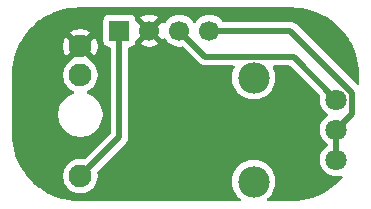
<source format=gbr>
%TF.GenerationSoftware,KiCad,Pcbnew,9.0.3-9.0.3-0~ubuntu22.04.1*%
%TF.CreationDate,2025-07-27T08:17:54-07:00*%
%TF.ProjectId,mixer-out,6d697865-722d-46f7-9574-2e6b69636164,rev?*%
%TF.SameCoordinates,Original*%
%TF.FileFunction,Copper,L1,Top*%
%TF.FilePolarity,Positive*%
%FSLAX46Y46*%
G04 Gerber Fmt 4.6, Leading zero omitted, Abs format (unit mm)*
G04 Created by KiCad (PCBNEW 9.0.3-9.0.3-0~ubuntu22.04.1) date 2025-07-27 08:17:54*
%MOMM*%
%LPD*%
G01*
G04 APERTURE LIST*
%TA.AperFunction,ComponentPad*%
%ADD10R,1.700000X1.700000*%
%TD*%
%TA.AperFunction,ComponentPad*%
%ADD11C,1.700000*%
%TD*%
%TA.AperFunction,ComponentPad*%
%ADD12C,1.930400*%
%TD*%
%TA.AperFunction,ComponentPad*%
%ADD13C,1.803400*%
%TD*%
%TA.AperFunction,ComponentPad*%
%ADD14C,2.667000*%
%TD*%
%TA.AperFunction,ViaPad*%
%ADD15C,0.600000*%
%TD*%
%TA.AperFunction,Conductor*%
%ADD16C,0.500000*%
%TD*%
G04 APERTURE END LIST*
D10*
%TO.P,J3,1,Pin_1*%
%TO.N,/MIX_OUT*%
X129032000Y-84328000D03*
D11*
%TO.P,J3,2,Pin_2*%
%TO.N,GND*%
X131572000Y-84328000D03*
%TO.P,J3,3,Pin_3*%
%TO.N,/TO_OPAMP_6*%
X134112000Y-84328000D03*
%TO.P,J3,4,Pin_4*%
%TO.N,/TO_OPAMP_7*%
X136652000Y-84328000D03*
%TD*%
D12*
%TO.P,J1,1,SIG*%
%TO.N,/MIX_OUT*%
X125730000Y-96647000D03*
%TO.P,J1,2,SHEILD*%
%TO.N,GND*%
X125730000Y-85674200D03*
%TO.P,J1,3,SW*%
%TO.N,unconnected-(J1-SW-Pad3)*%
X125730000Y-88087200D03*
%TD*%
D13*
%TO.P,RV1,1,1*%
%TO.N,/TO_OPAMP_6*%
X147412243Y-90170163D03*
%TO.P,RV1,2,2*%
%TO.N,/TO_OPAMP_7*%
X147412243Y-92710163D03*
%TO.P,RV1,3,3*%
X147412243Y-95250163D03*
D14*
%TO.P,RV1,4*%
%TO.N,N/C*%
X140401843Y-88315963D03*
%TO.P,RV1,5*%
X140401843Y-97104363D03*
%TD*%
D15*
%TO.N,GND*%
X132588000Y-90424000D03*
X143764000Y-95504000D03*
X146812000Y-84836000D03*
X139192000Y-83312000D03*
X143764000Y-90424000D03*
X138684000Y-92964000D03*
X132588000Y-95504000D03*
X122428000Y-85344000D03*
X122428000Y-95504000D03*
%TD*%
D16*
%TO.N,/MIX_OUT*%
X129032000Y-93345000D02*
X125730000Y-96647000D01*
X129032000Y-84328000D02*
X129032000Y-93345000D01*
%TO.N,/TO_OPAMP_7*%
X148764943Y-91357463D02*
X148764943Y-89609856D01*
X147412243Y-92710163D02*
X148764943Y-91357463D01*
X148764943Y-89609856D02*
X143483087Y-84328000D01*
X147412243Y-95250163D02*
X147412243Y-92710163D01*
X143483087Y-84328000D02*
X136652000Y-84328000D01*
%TO.N,/TO_OPAMP_6*%
X147412243Y-90170163D02*
X143773543Y-86531463D01*
X136315463Y-86531463D02*
X134112000Y-84328000D01*
X143773543Y-86531463D02*
X136315463Y-86531463D01*
%TD*%
%TA.AperFunction,Conductor*%
%TO.N,GND*%
G36*
X143622443Y-82360596D02*
G01*
X144062304Y-82377878D01*
X144071999Y-82378640D01*
X144506780Y-82430099D01*
X144516376Y-82431620D01*
X144945764Y-82517031D01*
X144955195Y-82519295D01*
X145376553Y-82638130D01*
X145385787Y-82641130D01*
X145603588Y-82721481D01*
X145796534Y-82792663D01*
X145805528Y-82796389D01*
X146121028Y-82941835D01*
X146198393Y-82977501D01*
X146203092Y-82979667D01*
X146211768Y-82984088D01*
X146593734Y-83198000D01*
X146602036Y-83203087D01*
X146966031Y-83446301D01*
X146973905Y-83452022D01*
X147317711Y-83723056D01*
X147325102Y-83729369D01*
X147646583Y-84026543D01*
X147653456Y-84033416D01*
X147827516Y-84221713D01*
X147950625Y-84354891D01*
X147956945Y-84362291D01*
X148023681Y-84446945D01*
X148227975Y-84706091D01*
X148233698Y-84713968D01*
X148476912Y-85077963D01*
X148481999Y-85086265D01*
X148695911Y-85468231D01*
X148700332Y-85476907D01*
X148883610Y-85874471D01*
X148887336Y-85883465D01*
X149038865Y-86294199D01*
X149041873Y-86303460D01*
X149160699Y-86724787D01*
X149162972Y-86734254D01*
X149248377Y-87163613D01*
X149249901Y-87173230D01*
X149301358Y-87607995D01*
X149302121Y-87617700D01*
X149319404Y-88057555D01*
X149319500Y-88062424D01*
X149319500Y-88803683D01*
X149299815Y-88870722D01*
X149247011Y-88916477D01*
X149177853Y-88926421D01*
X149114297Y-88897396D01*
X149107819Y-88891364D01*
X143961500Y-83745045D01*
X143889722Y-83697087D01*
X143879442Y-83690218D01*
X143838582Y-83662916D01*
X143838581Y-83662915D01*
X143838579Y-83662914D01*
X143838577Y-83662913D01*
X143702004Y-83606343D01*
X143701994Y-83606340D01*
X143557007Y-83577500D01*
X143557005Y-83577500D01*
X137839221Y-83577500D01*
X137772182Y-83557815D01*
X137738903Y-83526385D01*
X137682107Y-83448211D01*
X137531786Y-83297890D01*
X137359820Y-83172951D01*
X137170414Y-83076444D01*
X137170413Y-83076443D01*
X137170412Y-83076443D01*
X136968243Y-83010754D01*
X136968241Y-83010753D01*
X136968240Y-83010753D01*
X136799882Y-82984088D01*
X136758287Y-82977500D01*
X136545713Y-82977500D01*
X136504118Y-82984088D01*
X136335760Y-83010753D01*
X136133585Y-83076444D01*
X135944179Y-83172951D01*
X135772213Y-83297890D01*
X135621890Y-83448213D01*
X135496949Y-83620182D01*
X135492484Y-83628946D01*
X135444509Y-83679742D01*
X135376688Y-83696536D01*
X135310553Y-83673998D01*
X135271516Y-83628946D01*
X135267050Y-83620182D01*
X135142109Y-83448213D01*
X134991786Y-83297890D01*
X134819820Y-83172951D01*
X134630414Y-83076444D01*
X134630413Y-83076443D01*
X134630412Y-83076443D01*
X134428243Y-83010754D01*
X134428241Y-83010753D01*
X134428240Y-83010753D01*
X134259882Y-82984088D01*
X134218287Y-82977500D01*
X134005713Y-82977500D01*
X133964118Y-82984088D01*
X133795760Y-83010753D01*
X133593585Y-83076444D01*
X133404179Y-83172951D01*
X133232213Y-83297890D01*
X133081890Y-83448213D01*
X132956949Y-83620182D01*
X132952202Y-83629499D01*
X132904227Y-83680293D01*
X132836405Y-83697087D01*
X132770271Y-83674548D01*
X132731234Y-83629495D01*
X132726626Y-83620452D01*
X132687270Y-83566282D01*
X132687269Y-83566282D01*
X132054962Y-84198590D01*
X132037925Y-84135007D01*
X131972099Y-84020993D01*
X131879007Y-83927901D01*
X131764993Y-83862075D01*
X131701409Y-83845037D01*
X132333716Y-83212728D01*
X132279550Y-83173375D01*
X132090217Y-83076904D01*
X131888129Y-83011242D01*
X131678246Y-82978000D01*
X131465754Y-82978000D01*
X131255872Y-83011242D01*
X131255869Y-83011242D01*
X131053782Y-83076904D01*
X130864439Y-83173380D01*
X130810282Y-83212727D01*
X130810282Y-83212728D01*
X131442591Y-83845037D01*
X131379007Y-83862075D01*
X131264993Y-83927901D01*
X131171901Y-84020993D01*
X131106075Y-84135007D01*
X131089037Y-84198591D01*
X130418818Y-83528372D01*
X130385333Y-83467049D01*
X130385330Y-83467036D01*
X130382499Y-83454015D01*
X130382499Y-83430128D01*
X130376091Y-83370517D01*
X130342725Y-83281057D01*
X130325798Y-83235673D01*
X130325793Y-83235664D01*
X130239547Y-83120455D01*
X130239544Y-83120452D01*
X130124335Y-83034206D01*
X130124328Y-83034202D01*
X129989482Y-82983908D01*
X129989483Y-82983908D01*
X129929883Y-82977501D01*
X129929881Y-82977500D01*
X129929873Y-82977500D01*
X129929864Y-82977500D01*
X128134129Y-82977500D01*
X128134123Y-82977501D01*
X128074516Y-82983908D01*
X127939671Y-83034202D01*
X127939664Y-83034206D01*
X127824455Y-83120452D01*
X127824452Y-83120455D01*
X127738206Y-83235664D01*
X127738202Y-83235671D01*
X127687908Y-83370517D01*
X127681501Y-83430116D01*
X127681500Y-83430135D01*
X127681500Y-85225870D01*
X127681501Y-85225876D01*
X127687908Y-85285483D01*
X127738202Y-85420328D01*
X127738206Y-85420335D01*
X127824452Y-85535544D01*
X127824455Y-85535547D01*
X127939664Y-85621793D01*
X127939671Y-85621797D01*
X127963287Y-85630605D01*
X128074517Y-85672091D01*
X128134127Y-85678500D01*
X128157497Y-85678499D01*
X128224536Y-85698181D01*
X128270292Y-85750983D01*
X128281500Y-85802499D01*
X128281500Y-92982769D01*
X128261815Y-93049808D01*
X128245181Y-93070450D01*
X126139494Y-95176136D01*
X126078171Y-95209621D01*
X126032415Y-95210928D01*
X125933162Y-95195207D01*
X125845353Y-95181300D01*
X125614647Y-95181300D01*
X125587239Y-95185641D01*
X125386780Y-95217390D01*
X125223750Y-95270363D01*
X125167367Y-95288683D01*
X125167364Y-95288684D01*
X125167362Y-95288685D01*
X124961805Y-95393421D01*
X124933605Y-95413910D01*
X124775161Y-95529027D01*
X124775159Y-95529029D01*
X124775158Y-95529029D01*
X124612029Y-95692158D01*
X124612029Y-95692159D01*
X124612027Y-95692161D01*
X124589964Y-95722528D01*
X124476421Y-95878805D01*
X124371685Y-96084362D01*
X124300390Y-96303780D01*
X124267163Y-96513573D01*
X124264300Y-96531647D01*
X124264300Y-96762353D01*
X124265529Y-96770113D01*
X124300390Y-96990219D01*
X124332862Y-97090155D01*
X124371683Y-97209633D01*
X124476421Y-97415194D01*
X124612027Y-97601839D01*
X124775161Y-97764973D01*
X124961806Y-97900579D01*
X125167367Y-98005317D01*
X125344850Y-98062984D01*
X125386780Y-98076609D01*
X125500714Y-98094654D01*
X125614647Y-98112700D01*
X125614648Y-98112700D01*
X125845352Y-98112700D01*
X125845353Y-98112700D01*
X126073219Y-98076609D01*
X126292633Y-98005317D01*
X126498194Y-97900579D01*
X126684839Y-97764973D01*
X126847973Y-97601839D01*
X126983579Y-97415194D01*
X127088317Y-97209633D01*
X127159609Y-96990219D01*
X127195700Y-96762353D01*
X127195700Y-96531647D01*
X127166071Y-96344580D01*
X127175025Y-96275289D01*
X127200860Y-96237506D01*
X129614951Y-93823416D01*
X129697084Y-93700495D01*
X129753658Y-93563913D01*
X129782500Y-93418918D01*
X129782500Y-93271083D01*
X129782500Y-85802499D01*
X129802185Y-85735460D01*
X129854989Y-85689705D01*
X129906500Y-85678499D01*
X129929871Y-85678499D01*
X129929872Y-85678499D01*
X129989483Y-85672091D01*
X130124331Y-85621796D01*
X130239546Y-85535546D01*
X130325796Y-85420331D01*
X130376091Y-85285483D01*
X130382500Y-85225873D01*
X130382499Y-85201979D01*
X130385330Y-85188963D01*
X130395940Y-85169525D01*
X130402179Y-85148275D01*
X130418803Y-85127643D01*
X130418808Y-85127636D01*
X130418811Y-85127634D01*
X130418818Y-85127626D01*
X131089037Y-84457408D01*
X131106075Y-84520993D01*
X131171901Y-84635007D01*
X131264993Y-84728099D01*
X131379007Y-84793925D01*
X131442590Y-84810962D01*
X130810282Y-85443269D01*
X130810282Y-85443270D01*
X130864449Y-85482624D01*
X131053782Y-85579095D01*
X131255870Y-85644757D01*
X131465754Y-85678000D01*
X131678246Y-85678000D01*
X131888127Y-85644757D01*
X131888130Y-85644757D01*
X132090217Y-85579095D01*
X132279554Y-85482622D01*
X132333716Y-85443270D01*
X132333717Y-85443270D01*
X131701408Y-84810962D01*
X131764993Y-84793925D01*
X131879007Y-84728099D01*
X131972099Y-84635007D01*
X132037925Y-84520993D01*
X132054962Y-84457408D01*
X132687270Y-85089717D01*
X132687270Y-85089716D01*
X132726622Y-85035555D01*
X132731232Y-85026507D01*
X132779205Y-84975709D01*
X132847025Y-84958912D01*
X132913161Y-84981447D01*
X132952204Y-85026504D01*
X132956949Y-85035817D01*
X133081890Y-85207786D01*
X133232213Y-85358109D01*
X133404179Y-85483048D01*
X133404181Y-85483049D01*
X133404184Y-85483051D01*
X133593588Y-85579557D01*
X133795757Y-85645246D01*
X134005713Y-85678500D01*
X134005714Y-85678500D01*
X134218286Y-85678500D01*
X134218287Y-85678500D01*
X134313728Y-85663383D01*
X134383021Y-85672337D01*
X134420807Y-85698175D01*
X135732512Y-87009879D01*
X135837047Y-87114414D01*
X135837048Y-87114415D01*
X135959961Y-87196543D01*
X135959974Y-87196550D01*
X136096545Y-87253119D01*
X136096550Y-87253121D01*
X136096554Y-87253121D01*
X136096555Y-87253122D01*
X136241542Y-87281963D01*
X136241545Y-87281963D01*
X138666328Y-87281963D01*
X138733367Y-87301648D01*
X138779122Y-87354452D01*
X138789066Y-87423610D01*
X138773715Y-87467964D01*
X138753449Y-87503064D01*
X138753447Y-87503068D01*
X138661448Y-87725173D01*
X138599222Y-87957403D01*
X138567844Y-88195745D01*
X138567843Y-88195762D01*
X138567843Y-88436163D01*
X138567844Y-88436180D01*
X138599222Y-88674522D01*
X138661448Y-88906752D01*
X138753447Y-89128857D01*
X138753452Y-89128868D01*
X138873651Y-89337057D01*
X138873662Y-89337073D01*
X139020008Y-89527796D01*
X139020014Y-89527803D01*
X139190002Y-89697791D01*
X139190008Y-89697796D01*
X139380741Y-89844150D01*
X139380748Y-89844154D01*
X139588937Y-89964353D01*
X139588942Y-89964355D01*
X139588945Y-89964357D01*
X139811058Y-90056359D01*
X140043280Y-90118583D01*
X140281636Y-90149963D01*
X140281643Y-90149963D01*
X140522043Y-90149963D01*
X140522050Y-90149963D01*
X140760406Y-90118583D01*
X140992628Y-90056359D01*
X141214741Y-89964357D01*
X141422945Y-89844150D01*
X141613678Y-89697796D01*
X141783676Y-89527798D01*
X141930030Y-89337065D01*
X142050237Y-89128861D01*
X142142239Y-88906748D01*
X142204463Y-88674526D01*
X142235843Y-88436170D01*
X142235843Y-88195756D01*
X142204463Y-87957400D01*
X142142239Y-87725178D01*
X142050237Y-87503065D01*
X142029970Y-87467962D01*
X142013498Y-87400064D01*
X142036350Y-87334037D01*
X142091271Y-87290846D01*
X142137358Y-87281963D01*
X143411313Y-87281963D01*
X143478352Y-87301648D01*
X143498994Y-87318282D01*
X145996879Y-89816167D01*
X146030364Y-89877490D01*
X146031671Y-89923246D01*
X146010043Y-90059801D01*
X146010043Y-90280518D01*
X146044570Y-90498513D01*
X146112771Y-90708418D01*
X146112772Y-90708421D01*
X146212974Y-90905076D01*
X146342705Y-91083635D01*
X146498771Y-91239701D01*
X146627485Y-91333218D01*
X146636607Y-91339845D01*
X146679272Y-91395175D01*
X146685251Y-91464789D01*
X146652645Y-91526584D01*
X146636606Y-91540481D01*
X146498771Y-91640625D01*
X146498769Y-91640627D01*
X146498768Y-91640627D01*
X146342707Y-91796688D01*
X146342707Y-91796689D01*
X146342705Y-91796691D01*
X146335477Y-91806640D01*
X146212974Y-91975249D01*
X146112772Y-92171904D01*
X146112771Y-92171907D01*
X146044570Y-92381812D01*
X146010043Y-92599807D01*
X146010043Y-92820518D01*
X146044570Y-93038513D01*
X146112771Y-93248418D01*
X146112772Y-93248421D01*
X146199646Y-93418918D01*
X146212974Y-93445076D01*
X146342705Y-93623635D01*
X146498771Y-93779701D01*
X146610629Y-93860970D01*
X146613968Y-93865300D01*
X146618946Y-93867574D01*
X146635076Y-93892673D01*
X146653294Y-93916298D01*
X146654547Y-93922971D01*
X146656720Y-93926352D01*
X146661743Y-93961287D01*
X146661743Y-93999036D01*
X146642058Y-94066075D01*
X146610630Y-94099353D01*
X146498771Y-94180624D01*
X146342707Y-94336688D01*
X146342707Y-94336689D01*
X146342705Y-94336691D01*
X146300187Y-94395212D01*
X146212974Y-94515249D01*
X146112772Y-94711904D01*
X146112771Y-94711907D01*
X146044570Y-94921812D01*
X146010043Y-95139807D01*
X146010043Y-95360518D01*
X146044570Y-95578513D01*
X146112771Y-95788418D01*
X146112772Y-95788421D01*
X146212974Y-95985076D01*
X146342705Y-96163635D01*
X146498771Y-96319701D01*
X146677330Y-96449432D01*
X146773783Y-96498577D01*
X146873984Y-96549633D01*
X146873987Y-96549634D01*
X146978939Y-96583734D01*
X147083894Y-96617836D01*
X147301887Y-96652363D01*
X147301888Y-96652363D01*
X147522598Y-96652363D01*
X147522599Y-96652363D01*
X147740592Y-96617836D01*
X147783433Y-96603915D01*
X147853273Y-96601919D01*
X147913106Y-96637998D01*
X147943935Y-96700699D01*
X147935972Y-96770113D01*
X147912808Y-96806017D01*
X147653462Y-97086577D01*
X147646577Y-97093462D01*
X147325108Y-97390625D01*
X147317705Y-97396948D01*
X146973908Y-97667975D01*
X146966031Y-97673698D01*
X146602036Y-97916912D01*
X146593734Y-97921999D01*
X146211768Y-98135911D01*
X146203092Y-98140332D01*
X145805528Y-98323610D01*
X145796534Y-98327336D01*
X145385800Y-98478865D01*
X145376539Y-98481873D01*
X144955212Y-98600699D01*
X144945745Y-98602972D01*
X144516386Y-98688377D01*
X144506769Y-98689901D01*
X144072004Y-98741358D01*
X144062299Y-98742121D01*
X143638672Y-98758766D01*
X143622442Y-98759404D01*
X143617575Y-98759500D01*
X141622794Y-98759500D01*
X141555755Y-98739815D01*
X141510000Y-98687011D01*
X141500056Y-98617853D01*
X141529081Y-98554297D01*
X141547308Y-98537124D01*
X141585145Y-98508089D01*
X141613678Y-98486196D01*
X141783676Y-98316198D01*
X141930030Y-98125465D01*
X142050237Y-97917261D01*
X142142239Y-97695148D01*
X142204463Y-97462926D01*
X142235843Y-97224570D01*
X142235843Y-96984156D01*
X142204463Y-96745800D01*
X142142239Y-96513578D01*
X142050237Y-96291465D01*
X142050235Y-96291462D01*
X142050233Y-96291457D01*
X141930034Y-96083268D01*
X141930030Y-96083261D01*
X141783676Y-95892528D01*
X141783671Y-95892522D01*
X141613683Y-95722534D01*
X141613676Y-95722528D01*
X141422953Y-95576182D01*
X141422951Y-95576180D01*
X141422945Y-95576176D01*
X141422940Y-95576173D01*
X141422937Y-95576171D01*
X141214748Y-95455972D01*
X141214737Y-95455967D01*
X140992632Y-95363968D01*
X140760402Y-95301742D01*
X140522060Y-95270364D01*
X140522055Y-95270363D01*
X140522050Y-95270363D01*
X140281636Y-95270363D01*
X140281630Y-95270363D01*
X140281625Y-95270364D01*
X140043283Y-95301742D01*
X139811053Y-95363968D01*
X139588948Y-95455967D01*
X139588937Y-95455972D01*
X139380748Y-95576171D01*
X139380732Y-95576182D01*
X139190009Y-95722528D01*
X139190002Y-95722534D01*
X139020014Y-95892522D01*
X139020008Y-95892529D01*
X138873662Y-96083252D01*
X138873651Y-96083268D01*
X138753452Y-96291457D01*
X138753447Y-96291468D01*
X138661448Y-96513573D01*
X138599222Y-96745803D01*
X138567844Y-96984145D01*
X138567843Y-96984162D01*
X138567843Y-97224563D01*
X138567844Y-97224580D01*
X138590536Y-97396948D01*
X138599223Y-97462926D01*
X138630335Y-97579037D01*
X138661448Y-97695152D01*
X138753447Y-97917257D01*
X138753452Y-97917268D01*
X138873651Y-98125457D01*
X138873662Y-98125473D01*
X139020008Y-98316196D01*
X139020014Y-98316203D01*
X139190002Y-98486191D01*
X139190009Y-98486197D01*
X139256378Y-98537124D01*
X139297581Y-98593552D01*
X139301736Y-98663298D01*
X139267524Y-98724218D01*
X139205806Y-98756971D01*
X139180892Y-98759500D01*
X125622425Y-98759500D01*
X125617557Y-98759404D01*
X125600399Y-98758729D01*
X125177700Y-98742121D01*
X125167995Y-98741358D01*
X124733230Y-98689901D01*
X124723613Y-98688377D01*
X124294254Y-98602972D01*
X124284787Y-98600699D01*
X123863460Y-98481873D01*
X123854199Y-98478865D01*
X123443465Y-98327336D01*
X123434471Y-98323610D01*
X123036907Y-98140332D01*
X123028231Y-98135911D01*
X122646265Y-97921999D01*
X122637963Y-97916912D01*
X122273968Y-97673698D01*
X122266091Y-97667975D01*
X121922294Y-97396948D01*
X121914891Y-97390625D01*
X121735254Y-97224570D01*
X121593416Y-97093456D01*
X121586543Y-97086583D01*
X121289369Y-96765102D01*
X121283051Y-96757704D01*
X121161522Y-96603545D01*
X121161520Y-96603543D01*
X121104842Y-96531647D01*
X121012022Y-96413905D01*
X121006301Y-96406031D01*
X120763087Y-96042036D01*
X120758000Y-96033734D01*
X120544088Y-95651768D01*
X120539667Y-95643092D01*
X120356389Y-95245528D01*
X120352663Y-95236534D01*
X120316978Y-95139807D01*
X120201130Y-94825787D01*
X120198130Y-94816553D01*
X120079295Y-94395195D01*
X120077031Y-94385764D01*
X119991620Y-93956376D01*
X119990098Y-93946769D01*
X119987281Y-93922971D01*
X119938640Y-93511999D01*
X119937878Y-93502298D01*
X119920596Y-93062443D01*
X119920500Y-93057575D01*
X119920500Y-91317092D01*
X123854700Y-91317092D01*
X123854700Y-91562907D01*
X123854701Y-91562923D01*
X123886785Y-91806627D01*
X123886786Y-91806632D01*
X123886787Y-91806638D01*
X123950411Y-92044089D01*
X124042990Y-92267592D01*
X124044489Y-92271211D01*
X124044490Y-92271212D01*
X124167398Y-92484095D01*
X124317047Y-92679122D01*
X124317053Y-92679129D01*
X124490870Y-92852946D01*
X124490877Y-92852952D01*
X124685904Y-93002601D01*
X124898787Y-93125509D01*
X124898788Y-93125510D01*
X124898791Y-93125511D01*
X124898796Y-93125514D01*
X125125911Y-93219589D01*
X125363362Y-93283213D01*
X125607086Y-93315300D01*
X125607093Y-93315300D01*
X125852907Y-93315300D01*
X125852914Y-93315300D01*
X126096638Y-93283213D01*
X126334089Y-93219589D01*
X126561204Y-93125514D01*
X126774096Y-93002601D01*
X126969124Y-92852951D01*
X127142951Y-92679124D01*
X127292601Y-92484096D01*
X127415514Y-92271204D01*
X127509589Y-92044089D01*
X127573213Y-91806638D01*
X127605300Y-91562914D01*
X127605300Y-91317086D01*
X127573213Y-91073362D01*
X127509589Y-90835911D01*
X127415514Y-90608796D01*
X127415511Y-90608791D01*
X127415510Y-90608788D01*
X127415509Y-90608787D01*
X127292601Y-90395904D01*
X127142952Y-90200877D01*
X127142946Y-90200870D01*
X126969129Y-90027053D01*
X126969122Y-90027047D01*
X126774095Y-89877398D01*
X126561212Y-89754490D01*
X126561211Y-89754489D01*
X126561204Y-89754486D01*
X126334089Y-89660411D01*
X126334086Y-89660410D01*
X126330339Y-89658858D01*
X126330720Y-89657936D01*
X126277230Y-89620309D01*
X126250888Y-89555596D01*
X126263714Y-89486913D01*
X126311637Y-89436069D01*
X126317953Y-89432615D01*
X126498194Y-89340779D01*
X126684839Y-89205173D01*
X126847973Y-89042039D01*
X126983579Y-88855394D01*
X127088317Y-88649833D01*
X127159609Y-88430419D01*
X127195700Y-88202553D01*
X127195700Y-87971847D01*
X127159609Y-87743981D01*
X127088317Y-87524567D01*
X126983579Y-87319006D01*
X126847973Y-87132361D01*
X126684839Y-86969227D01*
X126629114Y-86928740D01*
X126615672Y-86911307D01*
X126614614Y-86912366D01*
X125814094Y-86111847D01*
X125901571Y-86088408D01*
X126002930Y-86029889D01*
X126085689Y-85947130D01*
X126144208Y-85845771D01*
X126167647Y-85758295D01*
X126927744Y-86518392D01*
X126927744Y-86518391D01*
X126983151Y-86442130D01*
X126983155Y-86442124D01*
X127087852Y-86236646D01*
X127159122Y-86017302D01*
X127195200Y-85789519D01*
X127195200Y-85558880D01*
X127159122Y-85331097D01*
X127087852Y-85111753D01*
X126983151Y-84906267D01*
X126927744Y-84830007D01*
X126927744Y-84830006D01*
X126167647Y-85590104D01*
X126144208Y-85502629D01*
X126085689Y-85401270D01*
X126002930Y-85318511D01*
X125901571Y-85259992D01*
X125814093Y-85236552D01*
X126574192Y-84476454D01*
X126574191Y-84476453D01*
X126497935Y-84421050D01*
X126292446Y-84316347D01*
X126073102Y-84245077D01*
X125845319Y-84209000D01*
X125614681Y-84209000D01*
X125386897Y-84245077D01*
X125167553Y-84316347D01*
X124962069Y-84421047D01*
X124885807Y-84476454D01*
X125645906Y-85236552D01*
X125558429Y-85259992D01*
X125457070Y-85318511D01*
X125374311Y-85401270D01*
X125315792Y-85502629D01*
X125292352Y-85590105D01*
X124532254Y-84830007D01*
X124476847Y-84906269D01*
X124372147Y-85111753D01*
X124300877Y-85331097D01*
X124264800Y-85558880D01*
X124264800Y-85789519D01*
X124300877Y-86017302D01*
X124372147Y-86236646D01*
X124476850Y-86442135D01*
X124532253Y-86518391D01*
X124532254Y-86518392D01*
X125292352Y-85758294D01*
X125315792Y-85845771D01*
X125374311Y-85947130D01*
X125457070Y-86029889D01*
X125558429Y-86088408D01*
X125645905Y-86111847D01*
X124845385Y-86912366D01*
X124845273Y-86912254D01*
X124830885Y-86928740D01*
X124775161Y-86969226D01*
X124612029Y-87132358D01*
X124612029Y-87132359D01*
X124612027Y-87132361D01*
X124589321Y-87163613D01*
X124476421Y-87319005D01*
X124371685Y-87524562D01*
X124300390Y-87743980D01*
X124264300Y-87971847D01*
X124264300Y-88202552D01*
X124300390Y-88430419D01*
X124342320Y-88559464D01*
X124371683Y-88649833D01*
X124476421Y-88855394D01*
X124612027Y-89042039D01*
X124775161Y-89205173D01*
X124961806Y-89340779D01*
X125142038Y-89432611D01*
X125192834Y-89480585D01*
X125209629Y-89548406D01*
X125187092Y-89614541D01*
X125132377Y-89657993D01*
X125126155Y-89660309D01*
X124898788Y-89754489D01*
X124898787Y-89754490D01*
X124685904Y-89877398D01*
X124490877Y-90027047D01*
X124490870Y-90027053D01*
X124317053Y-90200870D01*
X124317047Y-90200877D01*
X124167398Y-90395904D01*
X124044490Y-90608787D01*
X124044489Y-90608788D01*
X123950414Y-90835904D01*
X123950409Y-90835917D01*
X123886788Y-91073359D01*
X123886785Y-91073372D01*
X123854701Y-91317076D01*
X123854700Y-91317092D01*
X119920500Y-91317092D01*
X119920500Y-88062424D01*
X119920596Y-88057556D01*
X119929763Y-87824252D01*
X119937878Y-87617693D01*
X119938641Y-87607995D01*
X119990100Y-87173215D01*
X119991619Y-87163627D01*
X120077032Y-86734230D01*
X120079294Y-86724810D01*
X120198132Y-86303438D01*
X120201127Y-86294219D01*
X120352666Y-85883456D01*
X120356389Y-85874470D01*
X120539677Y-85476884D01*
X120544088Y-85468231D01*
X120758000Y-85086265D01*
X120763087Y-85077963D01*
X120831411Y-84975709D01*
X121006311Y-84713953D01*
X121012012Y-84706106D01*
X121283068Y-84362273D01*
X121289357Y-84354909D01*
X121586556Y-84033402D01*
X121593402Y-84026556D01*
X121914909Y-83729357D01*
X121922275Y-83723066D01*
X122266106Y-83452012D01*
X122273953Y-83446311D01*
X122637965Y-83203085D01*
X122646265Y-83198000D01*
X123028231Y-82984088D01*
X123036894Y-82979673D01*
X123434471Y-82796389D01*
X123443456Y-82792666D01*
X123854219Y-82641127D01*
X123863438Y-82638132D01*
X124284810Y-82519294D01*
X124294230Y-82517032D01*
X124723627Y-82431619D01*
X124733215Y-82430100D01*
X125168002Y-82378640D01*
X125177693Y-82377878D01*
X125617557Y-82360596D01*
X125622425Y-82360500D01*
X125667595Y-82360500D01*
X143572405Y-82360500D01*
X143617575Y-82360500D01*
X143622443Y-82360596D01*
G37*
%TD.AperFunction*%
%TD*%
M02*

</source>
